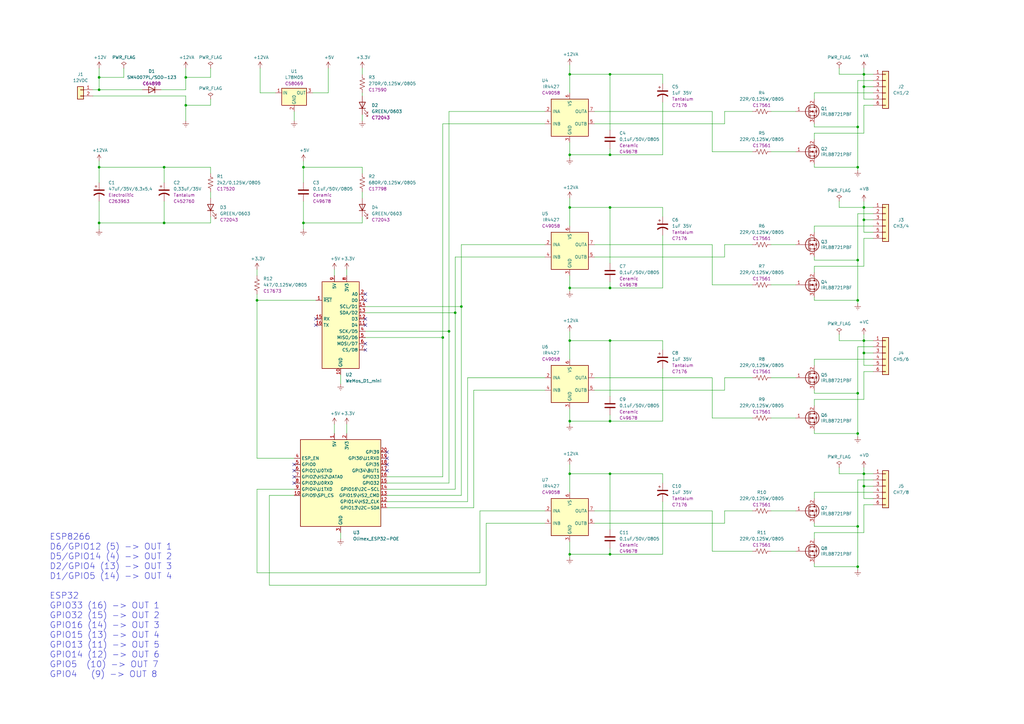
<source format=kicad_sch>
(kicad_sch (version 20230121) (generator eeschema)
  (paper "A3")
  (title_block (title "ESP 8x PWM Module") (date "2022-03-26") (rev "2"))
  (junction (at 354.33 35.56))
  (junction (at 184.15 135.89))
  (junction (at 40.64 31.75))
  (junction (at 233.68 172.72))
  (junction (at 181.61 138.43))
  (junction (at 233.68 63.5))
  (junction (at 40.64 68.58))
  (junction (at 351.79 68.58))
  (junction (at 186.69 128.27))
  (junction (at 67.31 68.58))
  (junction (at 354.33 30.48))
  (junction (at 233.68 30.48))
  (junction (at 233.68 194.31))
  (junction (at 105.41 123.19))
  (junction (at 354.33 139.7))
  (junction (at 40.64 91.44))
  (junction (at 351.79 123.19))
  (junction (at 354.33 90.17))
  (junction (at 250.19 194.31))
  (junction (at 250.19 118.11))
  (junction (at 124.46 68.58))
  (junction (at 233.68 118.11))
  (junction (at 67.31 91.44))
  (junction (at 76.2 31.75))
  (junction (at 250.19 139.7))
  (junction (at 351.79 161.29))
  (junction (at 250.19 227.33))
  (junction (at 233.68 85.09))
  (junction (at 351.79 177.8))
  (junction (at 76.2 43.18))
  (junction (at 250.19 30.48))
  (junction (at 354.33 199.39))
  (junction (at 354.33 194.31))
  (junction (at 354.33 144.78))
  (junction (at 354.33 85.09))
  (junction (at 40.64 36.83))
  (junction (at 124.46 91.44))
  (junction (at 233.68 227.33))
  (junction (at 351.79 232.41))
  (junction (at 351.79 106.68))
  (junction (at 233.68 139.7))
  (junction (at 250.19 85.09))
  (junction (at 351.79 52.07))
  (junction (at 189.23 125.73))
  (junction (at 250.19 63.5))
  (junction (at 250.19 172.72))
  (junction (at 351.79 215.9))
  (no_connect (at 120.65 198.12))
  (no_connect (at 129.54 133.35))
  (no_connect (at 149.86 130.81))
  (no_connect (at 158.75 185.42))
  (no_connect (at 120.65 190.5))
  (no_connect (at 129.54 130.81))
  (no_connect (at 158.75 190.5))
  (no_connect (at 149.86 140.97))
  (no_connect (at 149.86 133.35))
  (no_connect (at 158.75 193.04))
  (no_connect (at 149.86 120.65))
  (no_connect (at 158.75 187.96))
  (no_connect (at 120.65 195.58))
  (no_connect (at 149.86 123.19))
  (no_connect (at 120.65 193.04))
  (no_connect (at 149.86 143.51))
  (wire (pts (xy 351.79 68.58) (xy 351.79 52.07)))
  (wire (pts (xy 120.65 45.72) (xy 120.65 49.53)))
  (wire (pts (xy 316.23 100.33) (xy 326.39 100.33)))
  (wire (pts (xy 292.1 154.94) (xy 292.1 171.45)))
  (wire (pts (xy 297.18 214.63) (xy 297.18 209.55)))
  (wire (pts (xy 271.78 205.74) (xy 271.78 227.33)))
  (wire (pts (xy 354.33 204.47) (xy 354.33 199.39)))
  (wire (pts (xy 106.68 27.94) (xy 106.68 38.1)))
  (wire (pts (xy 194.31 160.02) (xy 223.52 160.02)))
  (wire (pts (xy 334.01 218.44) (xy 354.33 218.44)))
  (wire (pts (xy 354.33 109.22) (xy 354.33 97.79)))
  (wire (pts (xy 233.68 118.11) (xy 250.19 118.11)))
  (wire (pts (xy 40.64 68.58) (xy 40.64 74.93)))
  (wire (pts (xy 351.79 177.8) (xy 351.79 179.07)))
  (wire (pts (xy 40.64 66.04) (xy 40.64 68.58)))
  (wire (pts (xy 243.84 105.41) (xy 297.18 105.41)))
  (wire (pts (xy 233.68 173.99) (xy 233.68 172.72)))
  (wire (pts (xy 351.79 215.9) (xy 334.01 215.9)))
  (wire (pts (xy 76.2 39.37) (xy 76.2 43.18)))
  (wire (pts (xy 334.01 67.31) (xy 334.01 68.58)))
  (wire (pts (xy 148.59 46.99) (xy 148.59 49.53)))
  (wire (pts (xy 334.01 214.63) (xy 334.01 215.9)))
  (wire (pts (xy 250.19 107.95) (xy 250.19 85.09)))
  (wire (pts (xy 223.52 154.94) (xy 191.77 154.94)))
  (wire (pts (xy 243.84 154.94) (xy 292.1 154.94)))
  (wire (pts (xy 40.64 91.44) (xy 40.64 82.55)))
  (wire (pts (xy 233.68 135.89) (xy 233.68 139.7)))
  (wire (pts (xy 358.14 149.86) (xy 354.33 149.86)))
  (wire (pts (xy 105.41 123.19) (xy 105.41 187.96)))
  (wire (pts (xy 233.68 30.48) (xy 233.68 38.1)))
  (wire (pts (xy 233.68 118.11) (xy 233.68 113.03)))
  (wire (pts (xy 105.41 234.95) (xy 196.85 234.95)))
  (wire (pts (xy 67.31 91.44) (xy 40.64 91.44)))
  (wire (pts (xy 189.23 203.2) (xy 189.23 125.73)))
  (wire (pts (xy 243.84 160.02) (xy 297.18 160.02)))
  (wire (pts (xy 297.18 105.41) (xy 297.18 100.33)))
  (wire (pts (xy 358.14 85.09) (xy 354.33 85.09)))
  (wire (pts (xy 250.19 227.33) (xy 271.78 227.33)))
  (wire (pts (xy 189.23 100.33) (xy 223.52 100.33)))
  (wire (pts (xy 344.17 82.55) (xy 344.17 85.09)))
  (wire (pts (xy 354.33 163.83) (xy 354.33 152.4)))
  (wire (pts (xy 233.68 139.7) (xy 250.19 139.7)))
  (wire (pts (xy 233.68 85.09) (xy 250.19 85.09)))
  (wire (pts (xy 344.17 194.31) (xy 354.33 194.31)))
  (wire (pts (xy 271.78 194.31) (xy 250.19 194.31)))
  (wire (pts (xy 139.7 220.98) (xy 139.7 218.44)))
  (wire (pts (xy 271.78 41.91) (xy 271.78 63.5)))
  (wire (pts (xy 134.62 27.94) (xy 134.62 38.1)))
  (wire (pts (xy 271.78 151.13) (xy 271.78 172.72)))
  (wire (pts (xy 358.14 196.85) (xy 351.79 196.85)))
  (wire (pts (xy 358.14 92.71) (xy 334.01 92.71)))
  (wire (pts (xy 86.36 68.58) (xy 67.31 68.58)))
  (wire (pts (xy 128.27 38.1) (xy 134.62 38.1)))
  (wire (pts (xy 351.79 106.68) (xy 334.01 106.68)))
  (wire (pts (xy 271.78 96.52) (xy 271.78 118.11)))
  (wire (pts (xy 292.1 100.33) (xy 292.1 116.84)))
  (wire (pts (xy 86.36 91.44) (xy 67.31 91.44)))
  (wire (pts (xy 110.49 203.2) (xy 110.49 240.03)))
  (wire (pts (xy 50.8 31.75) (xy 50.8 27.94)))
  (wire (pts (xy 354.33 152.4) (xy 358.14 152.4)))
  (wire (pts (xy 271.78 30.48) (xy 250.19 30.48)))
  (wire (pts (xy 271.78 85.09) (xy 250.19 85.09)))
  (wire (pts (xy 354.33 137.16) (xy 354.33 139.7)))
  (wire (pts (xy 351.79 232.41) (xy 351.79 233.68)))
  (wire (pts (xy 142.24 173.99) (xy 142.24 177.8)))
  (wire (pts (xy 148.59 88.9) (xy 148.59 91.44)))
  (wire (pts (xy 354.33 149.86) (xy 354.33 144.78)))
  (wire (pts (xy 186.69 105.41) (xy 186.69 128.27)))
  (wire (pts (xy 297.18 160.02) (xy 297.18 154.94)))
  (wire (pts (xy 334.01 163.83) (xy 334.01 166.37)))
  (wire (pts (xy 233.68 119.38) (xy 233.68 118.11)))
  (wire (pts (xy 250.19 172.72) (xy 271.78 172.72)))
  (wire (pts (xy 86.36 27.94) (xy 86.36 31.75)))
  (wire (pts (xy 149.86 125.73) (xy 189.23 125.73)))
  (wire (pts (xy 124.46 66.04) (xy 124.46 68.58)))
  (wire (pts (xy 358.14 33.02) (xy 351.79 33.02)))
  (wire (pts (xy 292.1 45.72) (xy 292.1 62.23)))
  (wire (pts (xy 334.01 232.41) (xy 351.79 232.41)))
  (wire (pts (xy 186.69 105.41) (xy 223.52 105.41)))
  (wire (pts (xy 316.23 171.45) (xy 326.39 171.45)))
  (wire (pts (xy 148.59 27.94) (xy 148.59 30.48)))
  (wire (pts (xy 194.31 208.28) (xy 194.31 160.02)))
  (wire (pts (xy 149.86 128.27) (xy 186.69 128.27)))
  (wire (pts (xy 358.14 147.32) (xy 334.01 147.32)))
  (wire (pts (xy 344.17 30.48) (xy 354.33 30.48)))
  (wire (pts (xy 148.59 71.12) (xy 148.59 68.58)))
  (wire (pts (xy 110.49 240.03) (xy 199.39 240.03)))
  (wire (pts (xy 271.78 139.7) (xy 250.19 139.7)))
  (wire (pts (xy 40.64 36.83) (xy 58.42 36.83)))
  (wire (pts (xy 344.17 85.09) (xy 354.33 85.09)))
  (wire (pts (xy 344.17 139.7) (xy 354.33 139.7)))
  (wire (pts (xy 292.1 171.45) (xy 308.61 171.45)))
  (wire (pts (xy 351.79 142.24) (xy 351.79 161.29)))
  (wire (pts (xy 354.33 139.7) (xy 354.33 144.78)))
  (wire (pts (xy 196.85 209.55) (xy 223.52 209.55)))
  (wire (pts (xy 86.36 88.9) (xy 86.36 91.44)))
  (wire (pts (xy 334.01 218.44) (xy 334.01 220.98)))
  (wire (pts (xy 334.01 147.32) (xy 334.01 149.86)))
  (wire (pts (xy 233.68 85.09) (xy 233.68 92.71)))
  (wire (pts (xy 316.23 154.94) (xy 326.39 154.94)))
  (wire (pts (xy 181.61 50.8) (xy 223.52 50.8)))
  (wire (pts (xy 354.33 97.79) (xy 358.14 97.79)))
  (wire (pts (xy 233.68 139.7) (xy 233.68 147.32)))
  (wire (pts (xy 358.14 30.48) (xy 354.33 30.48)))
  (wire (pts (xy 351.79 196.85) (xy 351.79 215.9)))
  (wire (pts (xy 243.84 214.63) (xy 297.18 214.63)))
  (wire (pts (xy 40.64 31.75) (xy 40.64 36.83)))
  (wire (pts (xy 105.41 120.65) (xy 105.41 123.19)))
  (wire (pts (xy 184.15 45.72) (xy 184.15 135.89)))
  (wire (pts (xy 334.01 231.14) (xy 334.01 232.41)))
  (wire (pts (xy 358.14 139.7) (xy 354.33 139.7)))
  (wire (pts (xy 158.75 200.66) (xy 186.69 200.66)))
  (wire (pts (xy 158.75 195.58) (xy 181.61 195.58)))
  (wire (pts (xy 351.79 232.41) (xy 351.79 215.9)))
  (wire (pts (xy 358.14 40.64) (xy 354.33 40.64)))
  (wire (pts (xy 358.14 201.93) (xy 334.01 201.93)))
  (wire (pts (xy 334.01 105.41) (xy 334.01 106.68)))
  (wire (pts (xy 351.79 123.19) (xy 351.79 106.68)))
  (wire (pts (xy 86.36 71.12) (xy 86.36 68.58)))
  (wire (pts (xy 189.23 125.73) (xy 189.23 100.33)))
  (wire (pts (xy 233.68 227.33) (xy 250.19 227.33)))
  (wire (pts (xy 250.19 224.79) (xy 250.19 227.33)))
  (wire (pts (xy 358.14 194.31) (xy 354.33 194.31)))
  (wire (pts (xy 344.17 137.16) (xy 344.17 139.7)))
  (wire (pts (xy 120.65 200.66) (xy 105.41 200.66)))
  (wire (pts (xy 137.16 173.99) (xy 137.16 177.8)))
  (wire (pts (xy 334.01 38.1) (xy 334.01 40.64)))
  (wire (pts (xy 334.01 54.61) (xy 334.01 57.15)))
  (wire (pts (xy 233.68 30.48) (xy 250.19 30.48)))
  (wire (pts (xy 233.68 63.5) (xy 233.68 58.42)))
  (wire (pts (xy 250.19 60.96) (xy 250.19 63.5)))
  (wire (pts (xy 148.59 91.44) (xy 124.46 91.44)))
  (wire (pts (xy 358.14 199.39) (xy 354.33 199.39)))
  (wire (pts (xy 233.68 228.6) (xy 233.68 227.33)))
  (wire (pts (xy 233.68 194.31) (xy 250.19 194.31)))
  (wire (pts (xy 243.84 45.72) (xy 292.1 45.72)))
  (wire (pts (xy 199.39 214.63) (xy 223.52 214.63)))
  (wire (pts (xy 297.18 154.94) (xy 308.61 154.94)))
  (wire (pts (xy 181.61 50.8) (xy 181.61 138.43)))
  (wire (pts (xy 76.2 36.83) (xy 76.2 31.75)))
  (wire (pts (xy 334.01 54.61) (xy 354.33 54.61)))
  (wire (pts (xy 334.01 177.8) (xy 351.79 177.8)))
  (wire (pts (xy 292.1 226.06) (xy 308.61 226.06)))
  (wire (pts (xy 120.65 187.96) (xy 105.41 187.96)))
  (wire (pts (xy 158.75 198.12) (xy 184.15 198.12)))
  (wire (pts (xy 358.14 90.17) (xy 354.33 90.17)))
  (wire (pts (xy 354.33 191.77) (xy 354.33 194.31)))
  (wire (pts (xy 354.33 43.18) (xy 358.14 43.18)))
  (wire (pts (xy 38.1 36.83) (xy 40.64 36.83)))
  (wire (pts (xy 124.46 82.55) (xy 124.46 91.44)))
  (wire (pts (xy 186.69 128.27) (xy 186.69 200.66)))
  (wire (pts (xy 233.68 194.31) (xy 233.68 201.93)))
  (wire (pts (xy 354.33 30.48) (xy 354.33 35.56)))
  (wire (pts (xy 358.14 204.47) (xy 354.33 204.47)))
  (wire (pts (xy 271.78 88.9) (xy 271.78 85.09)))
  (wire (pts (xy 344.17 27.94) (xy 344.17 30.48)))
  (wire (pts (xy 124.46 93.98) (xy 124.46 91.44)))
  (wire (pts (xy 292.1 116.84) (xy 308.61 116.84)))
  (wire (pts (xy 38.1 39.37) (xy 76.2 39.37)))
  (wire (pts (xy 297.18 100.33) (xy 308.61 100.33)))
  (wire (pts (xy 40.64 31.75) (xy 50.8 31.75)))
  (wire (pts (xy 297.18 209.55) (xy 308.61 209.55)))
  (wire (pts (xy 271.78 34.29) (xy 271.78 30.48)))
  (wire (pts (xy 354.33 218.44) (xy 354.33 207.01)))
  (wire (pts (xy 334.01 121.92) (xy 334.01 123.19)))
  (wire (pts (xy 120.65 203.2) (xy 110.49 203.2)))
  (wire (pts (xy 297.18 50.8) (xy 297.18 45.72)))
  (wire (pts (xy 124.46 74.93) (xy 124.46 68.58)))
  (wire (pts (xy 67.31 74.93) (xy 67.31 68.58)))
  (wire (pts (xy 351.79 52.07) (xy 334.01 52.07)))
  (wire (pts (xy 354.33 85.09) (xy 354.33 90.17)))
  (wire (pts (xy 250.19 115.57) (xy 250.19 118.11)))
  (wire (pts (xy 334.01 123.19) (xy 351.79 123.19)))
  (wire (pts (xy 149.86 138.43) (xy 181.61 138.43)))
  (wire (pts (xy 139.7 153.67) (xy 139.7 157.48)))
  (wire (pts (xy 243.84 100.33) (xy 292.1 100.33)))
  (wire (pts (xy 354.33 54.61) (xy 354.33 43.18)))
  (wire (pts (xy 358.14 38.1) (xy 334.01 38.1)))
  (wire (pts (xy 354.33 40.64) (xy 354.33 35.56)))
  (wire (pts (xy 351.79 123.19) (xy 351.79 124.46)))
  (wire (pts (xy 344.17 191.77) (xy 344.17 194.31)))
  (wire (pts (xy 196.85 234.95) (xy 196.85 209.55)))
  (wire (pts (xy 271.78 143.51) (xy 271.78 139.7)))
  (wire (pts (xy 86.36 40.64) (xy 86.36 43.18)))
  (wire (pts (xy 40.64 27.94) (xy 40.64 31.75)))
  (wire (pts (xy 105.41 123.19) (xy 129.54 123.19)))
  (wire (pts (xy 358.14 142.24) (xy 351.79 142.24)))
  (wire (pts (xy 233.68 81.28) (xy 233.68 85.09)))
  (wire (pts (xy 148.59 39.37) (xy 148.59 38.1)))
  (wire (pts (xy 292.1 209.55) (xy 292.1 226.06)))
  (wire (pts (xy 334.01 160.02) (xy 334.01 161.29)))
  (wire (pts (xy 316.23 45.72) (xy 326.39 45.72)))
  (wire (pts (xy 158.75 208.28) (xy 194.31 208.28)))
  (wire (pts (xy 106.68 38.1) (xy 113.03 38.1)))
  (wire (pts (xy 181.61 138.43) (xy 181.61 195.58)))
  (wire (pts (xy 316.23 62.23) (xy 326.39 62.23)))
  (wire (pts (xy 184.15 135.89) (xy 184.15 198.12)))
  (wire (pts (xy 86.36 31.75) (xy 76.2 31.75)))
  (wire (pts (xy 354.33 194.31) (xy 354.33 199.39)))
  (wire (pts (xy 358.14 87.63) (xy 351.79 87.63)))
  (wire (pts (xy 354.33 82.55) (xy 354.33 85.09)))
  (wire (pts (xy 250.19 53.34) (xy 250.19 30.48)))
  (wire (pts (xy 233.68 227.33) (xy 233.68 222.25)))
  (wire (pts (xy 86.36 81.28) (xy 86.36 78.74)))
  (wire (pts (xy 67.31 68.58) (xy 40.64 68.58)))
  (wire (pts (xy 250.19 63.5) (xy 271.78 63.5)))
  (wire (pts (xy 105.41 110.49) (xy 105.41 113.03)))
  (wire (pts (xy 351.79 177.8) (xy 351.79 161.29)))
  (wire (pts (xy 76.2 31.75) (xy 76.2 27.94)))
  (wire (pts (xy 250.19 162.56) (xy 250.19 139.7)))
  (wire (pts (xy 316.23 209.55) (xy 326.39 209.55)))
  (wire (pts (xy 354.33 207.01) (xy 358.14 207.01)))
  (wire (pts (xy 250.19 217.17) (xy 250.19 194.31)))
  (wire (pts (xy 66.04 36.83) (xy 76.2 36.83)))
  (wire (pts (xy 105.41 200.66) (xy 105.41 234.95)))
  (wire (pts (xy 334.01 163.83) (xy 354.33 163.83)))
  (wire (pts (xy 334.01 50.8) (xy 334.01 52.07)))
  (wire (pts (xy 158.75 205.74) (xy 191.77 205.74)))
  (wire (pts (xy 137.16 110.49) (xy 137.16 113.03)))
  (wire (pts (xy 354.33 27.94) (xy 354.33 30.48)))
  (wire (pts (xy 292.1 62.23) (xy 308.61 62.23)))
  (wire (pts (xy 334.01 109.22) (xy 334.01 111.76)))
  (wire (pts (xy 158.75 203.2) (xy 189.23 203.2)))
  (wire (pts (xy 334.01 92.71) (xy 334.01 95.25)))
  (wire (pts (xy 76.2 43.18) (xy 76.2 49.53)))
  (wire (pts (xy 316.23 226.06) (xy 326.39 226.06)))
  (wire (pts (xy 250.19 170.18) (xy 250.19 172.72)))
  (wire (pts (xy 243.84 50.8) (xy 297.18 50.8)))
  (wire (pts (xy 233.68 190.5) (xy 233.68 194.31)))
  (wire (pts (xy 316.23 116.84) (xy 326.39 116.84)))
  (wire (pts (xy 334.01 109.22) (xy 354.33 109.22)))
  (wire (pts (xy 351.79 87.63) (xy 351.79 106.68)))
  (wire (pts (xy 354.33 95.25) (xy 354.33 90.17)))
  (wire (pts (xy 334.01 201.93) (xy 334.01 204.47)))
  (wire (pts (xy 351.79 68.58) (xy 351.79 69.85)))
  (wire (pts (xy 233.68 26.67) (xy 233.68 30.48)))
  (wire (pts (xy 250.19 118.11) (xy 271.78 118.11)))
  (wire (pts (xy 351.79 33.02) (xy 351.79 52.07)))
  (wire (pts (xy 271.78 198.12) (xy 271.78 194.31)))
  (wire (pts (xy 148.59 81.28) (xy 148.59 78.74)))
  (wire (pts (xy 191.77 154.94) (xy 191.77 205.74)))
  (wire (pts (xy 184.15 45.72) (xy 223.52 45.72)))
  (wire (pts (xy 67.31 82.55) (xy 67.31 91.44)))
  (wire (pts (xy 334.01 68.58) (xy 351.79 68.58)))
  (wire (pts (xy 233.68 172.72) (xy 250.19 172.72)))
  (wire (pts (xy 148.59 68.58) (xy 124.46 68.58)))
  (wire (pts (xy 149.86 135.89) (xy 184.15 135.89)))
  (wire (pts (xy 358.14 35.56) (xy 354.33 35.56)))
  (wire (pts (xy 233.68 63.5) (xy 250.19 63.5)))
  (wire (pts (xy 358.14 144.78) (xy 354.33 144.78)))
  (wire (pts (xy 40.64 93.98) (xy 40.64 91.44)))
  (wire (pts (xy 142.24 110.49) (xy 142.24 113.03)))
  (wire (pts (xy 297.18 45.72) (xy 308.61 45.72)))
  (wire (pts (xy 233.68 172.72) (xy 233.68 167.64)))
  (wire (pts (xy 233.68 64.77) (xy 233.68 63.5)))
  (wire (pts (xy 86.36 43.18) (xy 76.2 43.18)))
  (wire (pts (xy 351.79 161.29) (xy 334.01 161.29)))
  (wire (pts (xy 292.1 209.55) (xy 243.84 209.55)))
  (wire (pts (xy 334.01 176.53) (xy 334.01 177.8)))
  (wire (pts (xy 358.14 95.25) (xy 354.33 95.25)))
  (wire (pts (xy 199.39 240.03) (xy 199.39 214.63)))
  (text "ESP8266\nD6/GPIO12 (5) -> OUT 1\nD5/GPIO14 (4) -> OUT 2\nD2/GPIO4 (13) -> OUT 3\nD1/GPIO5 (14) -> OUT 4\n\nESP32\nGPIO33 (16) -> OUT 1\nGPIO32 (15) -> OUT 2\nGPIO16 (14) -> OUT 3\nGPIO15 (13) -> OUT 4\nGPIO13 (11) -> OUT 5\nGPIO14 (12) -> OUT 6\nGPIO5  (10) -> OUT 7\nGPIO4   (9) -> OUT 8" (at 20.32 278.13 0) (effects (font (size 2.5 2.5)) (justify left bottom)))
  (symbol (lib_id "Device:R_US") (at 86.36 74.93 0) (unit 1)
    (property "Reference" "R1" (at 88.9 72.39 0) (effects (justify left)))
    (property "Value" "2k2/0,125W/0805" (at 88.9 74.93 0) (effects (justify left)))
    (property "Footprint" "Tales:R_0805_2012Metric" (effects hide))
    (property "Case" "0805/2012" (effects hide))
    (property "Mfr" "Uniroyal" (effects hide))
    (property "Mfr PN" "0805W8F2201T5E" (effects hide))
    (property "Vendor" "JLCPCB" (effects hide))
    (property "Vendor PN" "C17520" (effects hide))
    (property "JLCPCB BOM" "1" (effects hide))
    (property "LCSC Part" "C17520" (at 88.9 77.47 0) (effects (justify left)))
  )
  (symbol (lib_id "Device:D") (at 62.23 36.83 180) (unit 1)
    (property "Reference" "D1" (at 62.23 29.21 0))
    (property "Value" "SM4007PL/SOD-123" (at 62.23 31.75 0))
    (property "Footprint" "Tales:D_SOD-123" (effects hide))
    (property "Case" "SOD-123FL" (effects hide))
    (property "Mfr" "MDD" (effects hide))
    (property "Mfr PN" "SM4007PL" (effects hide))
    (property "Vendor" "JLCPCB" (effects hide))
    (property "Vendor PN" "C64898" (effects hide))
    (property "JLCPCB BOM" "1" (effects hide))
    (property "LCSC Part" "C64898" (at 62.23 34.29 0))
    (property "Sim.Device" "D" (effects hide))
    (property "Sim.Pins" "1=K 2=A" (effects hide))
  )
  (symbol (lib_id "Regulator_Linear:L7805") (at 120.65 38.1 0) (unit 1)
    (property "Reference" "U1" (at 120.65 29.21 0))
    (property "Value" "L78M05" (at 120.65 31.75 0))
    (property "Footprint" "Tales:TO-252-2" (effects hide))
    (property "Datasheet" "http://www.st.com/content/ccc/resource/technical/document/datasheet/41/4f/b3/b0/12/d4/47/88/CD00000444.pdf/files/CD00000444.pdf/jcr:content/translations/en.CD00000444.pdf" (effects hide))
    (property "Case" "TO-252" (effects hide))
    (property "Mfr" "ST Microelectronics" (effects hide))
    (property "Mfr PN" "L78M05ABDT-TR" (effects hide))
    (property "Vendor" "JLCPCB" (effects hide))
    (property "Vendor PN" "C58069" (effects hide))
    (property "JLCPCB BOM" "1" (effects hide))
    (property "LCSC Part" "C58069" (at 120.65 34.29 0))
  )
  (symbol (lib_id "power:PWR_FLAG") (at 86.36 27.94 0) (unit 1)
    (property "Reference" "#FLG0101" (effects hide))
    (property "Value" "PWR_FLAG" (at 86.36 23.5458 0))
  )
  (symbol (lib_id "Device:LED") (at 86.36 85.09 90) (unit 1)
    (property "Reference" "D3" (at 90.17 85.09 90) (effects (justify right)))
    (property "Value" "GREEN/0603" (at 90.17 87.63 90) (effects (justify right)))
    (property "Footprint" "Tales:LED_0603_1608Metric" (effects hide))
    (property "Case" "0603" (effects hide))
    (property "Mfr" "Everlight" (effects hide))
    (property "Mfr PN" "19-217/GHC-YR1S2/3T" (effects hide))
    (property "Vendor" "JLCPCB" (effects hide))
    (property "Vendor PN" "C72043" (effects hide))
    (property "JLCPCB BOM" "1" (effects hide))
    (property "LCSC Part" "C72043" (at 90.17 90.17 90) (effects (justify right)))
  )
  (symbol (lib_id "Connector_Generic:Conn_01x06") (at 363.22 35.56 0) (unit 1)
    (property "Reference" "J2" (at 369.57 35.56 0))
    (property "Value" "CH1/2" (at 369.57 38.1 0))
    (property "Footprint" "Tales:TerminalBlock_Phoenix_MKDS-3-6-5.08_1x06_P5.08mm_Horizontal" (effects hide))
    (property "Mfr" "Metaltex" (effects hide))
    (property "Vendor" "Eletropecas" (effects hide))
    (property "Mfr PN" "BR902V" (effects hide))
    (property "Vendor PN" "29273" (effects hide))
    (property "JLCPCB BOM" "0" (effects hide))
  )
  (symbol (lib_id "Device:R_US") (at 148.59 74.93 0) (unit 1)
    (property "Reference" "R2" (at 151.13 72.39 0) (effects (justify left)))
    (property "Value" "680R/0,125W/0805" (at 151.13 74.93 0) (effects (justify left)))
    (property "Footprint" "Tales:R_0805_2012Metric" (effects hide))
    (property "Case" "0805/2012" (effects hide))
    (property "Mfr" "Uniroyal" (effects hide))
    (property "Mfr PN" "0805W8F6800T5E" (effects hide))
    (property "Vendor" "JLCPCB" (effects hide))
    (property "Vendor PN" "C17798" (effects hide))
    (property "JLCPCB BOM" "1" (effects hide))
    (property "LCSC Part" "C17798" (at 151.13 77.47 0) (effects (justify left)))
  )
  (symbol (lib_id "power:+5V") (at 124.46 66.04 0) (unit 1)
    (property "Reference" "#PWR0123" (effects hide))
    (property "Value" "+5V" (at 124.841 61.6458 0))
  )
  (symbol (lib_id "power:+3.3V") (at 148.59 27.94 0) (unit 1)
    (property "Reference" "#PWR0124" (effects hide))
    (property "Value" "+3.3V" (at 148.971 23.5458 0))
  )
  (symbol (lib_id "power:GNDREF") (at 124.46 93.98 0) (unit 1)
    (property "Reference" "#PWR0125" (effects hide))
    (property "Value" "GNDREF" (effects hide))
  )
  (symbol (lib_id "power:GNDREF") (at 148.59 49.53 0) (unit 1)
    (property "Reference" "#PWR0126" (effects hide))
    (property "Value" "GNDREF" (effects hide))
  )
  (symbol (lib_id "power:PWR_FLAG") (at 86.36 40.64 0) (unit 1)
    (property "Reference" "#FLG0102" (effects hide))
    (property "Value" "PWR_FLAG" (at 86.36 36.2458 0))
  )
  (symbol (lib_id "Tales:Olimex_ESP32-POE") (at 139.7 198.12 0) (unit 1)
    (property "Reference" "U3" (at 144.78 218.44 0) (effects (justify left)))
    (property "Value" "Olimex_ESP32-POE" (at 144.78 220.98 0) (effects (justify left)))
    (property "Footprint" "Tales:Olimex_ESP32-POE" (effects hide))
    (property "Mfr" "Olimex" (effects hide))
    (property "Mfr PN" "ESP32-POE" (effects hide))
    (property "Vendor" "Mouser" (effects hide))
    (property "Vendor PN" "909-ESP32-POE\r" (effects hide))
    (property "JLCPCB BOM" "0" (effects hide))
  )
  (symbol (lib_id "power:GNDREF") (at 139.7 220.98 0) (unit 1)
    (property "Reference" "#PWR0114" (effects hide))
    (property "Value" "GNDREF" (effects hide))
  )
  (symbol (lib_id "power:+3.3V") (at 142.24 173.99 0) (unit 1)
    (property "Reference" "#PWR0115" (effects hide))
    (property "Value" "+3.3V" (at 142.621 169.5958 0))
  )
  (symbol (lib_id "power:+5V") (at 137.16 173.99 0) (unit 1)
    (property "Reference" "#PWR0120" (effects hide))
    (property "Value" "+5V" (at 137.541 169.5958 0))
  )
  (symbol (lib_id "Device:R_US") (at 312.42 45.72 270) (unit 1)
    (property "Reference" "R4" (at 312.42 38.1 90))
    (property "Value" "22R/0,125W/0805" (at 312.42 40.64 90))
    (property "Footprint" "Tales:R_0805_2012Metric" (effects hide))
    (property "Case" "0805/2012" (effects hide))
    (property "Mfr" "Uniroyal" (effects hide))
    (property "Mfr PN" "0805W8F220JT5E" (effects hide))
    (property "Vendor" "JLCPCB" (effects hide))
    (property "Vendor PN" "C17561" (effects hide))
    (property "JLCPCB BOM" "1" (effects hide))
    (property "LCSC Part" "C17561" (at 312.42 43.18 90))
  )
  (symbol (lib_id "Device:R_US") (at 312.42 62.23 270) (unit 1)
    (property "Reference" "R5" (at 312.42 54.61 90))
    (property "Value" "22R/0,125W/0805" (at 312.42 57.15 90))
    (property "Footprint" "Tales:R_0805_2012Metric" (effects hide))
    (property "Case" "0805/2012" (effects hide))
    (property "Mfr" "Uniroyal" (effects hide))
    (property "Mfr PN" "0805W8F220JT5E" (effects hide))
    (property "Vendor" "JLCPCB" (effects hide))
    (property "Vendor PN" "C17561" (effects hide))
    (property "JLCPCB BOM" "1" (effects hide))
    (property "LCSC Part" "C17561" (at 312.42 59.69 90))
  )
  (symbol (lib_id "Device:C_Polarized_US") (at 271.78 38.1 0) (unit 1)
    (property "Reference" "C5" (at 275.59 35.56 0) (effects (justify left)))
    (property "Value" "1uF 35V" (at 275.59 38.1 0) (effects (justify left)))
    (property "Footprint" "Tales:CP_EIA-3216-18_Kemet-A_Pad1.58x1.35mm_HandSolder" (effects hide))
    (property "Case" "1206/3216" (effects hide))
    (property "Mfr" "AVX" (effects hide))
    (property "Vendor" "JLCPCB" (effects hide))
    (property "Mfr PN" "TAJA105K035RNJ" (effects hide))
    (property "Vendor PN" "C7176" (effects hide))
    (property "Technology" "Tantalum" (at 275.59 40.64 0) (effects (justify left)))
    (property "JLCPCB BOM" "1" (effects hide))
    (property "LCSC Part" "C7176" (at 275.59 43.18 0) (effects (justify left)))
  )
  (symbol (lib_id "Tales:IR4427") (at 233.68 48.26 0) (unit 1)
    (property "Reference" "U4" (at 223.52 33.02 0))
    (property "Value" "IR4427" (at 226.06 35.56 0))
    (property "Footprint" "Tales:SOIC-8_3.9x4.9mm_P1.27mm" (effects hide))
    (property "Case" "SOIC-8" (effects hide))
    (property "Mfr" "International Rectifier" (effects hide))
    (property "Mfr PN" "IR4427STRPBF\r" (effects hide))
    (property "Vendor" "JLCPCB" (effects hide))
    (property "Vendor PN" "C49058" (effects hide))
    (property "JLCPCB BOM" "1" (effects hide))
    (property "LCSC Part" "C49058" (at 222.25 38.1 0) (effects (justify left)))
  )
  (symbol (lib_id "power:+12V") (at 40.64 27.94 0) (unit 1)
    (property "Reference" "#PWR0107" (effects hide))
    (property "Value" "+12V" (at 41.021 23.5458 0))
  )
  (symbol (lib_id "Device:C_Polarized_US") (at 67.31 78.74 0) (unit 1)
    (property "Reference" "C2" (at 71.12 74.93 0) (effects (justify left)))
    (property "Value" "0,33uF/35V" (at 71.12 77.47 0) (effects (justify left)))
    (property "Footprint" "Tales:CP_EIA-3216-18_Kemet-A_Pad1.58x1.35mm_HandSolder" (effects hide))
    (property "Case" "1206/3216" (effects hide))
    (property "Mfr" "Kemet" (effects hide))
    (property "Mfr PN" "T491A334M035AT" (effects hide))
    (property "Technology" "Tantalum" (at 71.12 80.01 0) (effects (justify left)))
    (property "Vendor" "JLCPCB" (effects hide))
    (property "Vendor PN" "C452760" (effects hide))
    (property "JLCPCB BOM" "1" (effects hide))
    (property "LCSC Part" "C452760" (at 71.12 82.55 0) (effects (justify left)))
  )
  (symbol (lib_id "power:GNDREF") (at 233.68 64.77 0) (unit 1)
    (property "Reference" "#PWR0112" (effects hide))
    (property "Value" "GNDREF" (effects hide))
  )
  (symbol (lib_id "Transistor_FET:IRLB8721PBF") (at 331.47 62.23 0) (unit 1)
    (property "Reference" "Q2" (at 336.6516 61.0616 0) (effects (justify left)))
    (property "Value" "IRLB8721PBF" (at 336.6516 63.373 0) (effects (justify left)))
    (property "Footprint" "Tales:TO-220-3_Vertical" (effects hide))
    (property "Datasheet" "http://www.infineon.com/dgdl/irlb8721pbf.pdf?fileId=5546d462533600a40153566056732591" (effects hide))
    (property "Case" "TO-220-3" (effects hide))
    (property "Mfr" "Infineon" (effects hide))
    (property "Mfr PN" "IRLB8721PBF" (effects hide))
    (property "Vendor" "Mouser" (effects hide))
    (property "Vendor PN" "942-IRLB8721PBF" (effects hide))
    (property "JLCPCB BOM" "0" (effects hide))
  )
  (symbol (lib_id "power:+12VA") (at 76.2 27.94 0) (unit 1)
    (property "Reference" "#PWR0130" (effects hide))
    (property "Value" "+12VA" (at 76.581 23.5458 0))
  )
  (symbol (lib_id "power:+12VA") (at 106.68 27.94 0) (unit 1)
    (property "Reference" "#PWR0131" (effects hide))
    (property "Value" "+12VA" (at 107.061 23.5458 0))
  )
  (symbol (lib_id "power:+12VA") (at 40.64 66.04 0) (unit 1)
    (property "Reference" "#PWR0132" (effects hide))
    (property "Value" "+12VA" (at 41.021 61.6458 0))
  )
  (symbol (lib_id "power:PWR_FLAG") (at 50.8 27.94 0) (unit 1)
    (property "Reference" "#FLG0104" (effects hide))
    (property "Value" "PWR_FLAG" (at 50.8 23.5458 0))
  )
  (symbol (lib_id "Device:C") (at 250.19 57.15 0) (unit 1)
    (property "Reference" "C4" (at 254 54.61 0) (effects (justify left)))
    (property "Value" "0,1uF/50V/0805" (at 254 57.15 0) (effects (justify left)))
    (property "Footprint" "Tales:C_0805_2012Metric" (effects hide))
    (property "Case" "0805/2012" (effects hide))
    (property "Mfr" "Yageo" (effects hide))
    (property "Mfr PN" "CC0805KRX7R9BB104" (effects hide))
    (property "Vendor" "JLCPCB" (effects hide))
    (property "Vendor PN" "C49678" (effects hide))
    (property "Technology" "Ceramic" (at 254 59.69 0) (effects (justify left)))
    (property "JLCPCB BOM" "1" (effects hide))
    (property "LCSC Part" "C49678" (at 254 62.23 0) (effects (justify left)))
  )
  (symbol (lib_id "Transistor_FET:IRLB8721PBF") (at 331.47 45.72 0) (unit 1)
    (property "Reference" "Q1" (at 336.6516 44.5516 0) (effects (justify left)))
    (property "Value" "IRLB8721PBF" (at 336.6516 46.863 0) (effects (justify left)))
    (property "Footprint" "Tales:TO-220-3_Vertical" (effects hide))
    (property "Datasheet" "http://www.infineon.com/dgdl/irlb8721pbf.pdf?fileId=5546d462533600a40153566056732591" (effects hide))
    (property "Case" "TO-220-3" (effects hide))
    (property "Mfr" "Infineon" (effects hide))
    (property "Mfr PN" "IRLB8721PBF" (effects hide))
    (property "Vendor" "Mouser" (effects hide))
    (property "Vendor PN" "942-IRLB8721PBF" (effects hide))
    (property "JLCPCB BOM" "0" (effects hide))
  )
  (symbol (lib_id "power:GNDREF") (at 120.65 49.53 0) (unit 1)
    (property "Reference" "#PWR0102" (effects hide))
    (property "Value" "GNDREF" (effects hide))
  )
  (symbol (lib_id "power:+5V") (at 134.62 27.94 0) (unit 1)
    (property "Reference" "#PWR0104" (effects hide))
    (property "Value" "+5V" (at 135.001 23.5458 0))
  )
  (symbol (lib_id "Connector_Generic:Conn_01x02") (at 33.02 36.83 0) (mirror y) (unit 1)
    (property "Reference" "J1" (at 33.02 30.48 0))
    (property "Value" "12VDC" (at 33.02 33.02 0))
    (property "Footprint" "Tales:TerminalBlock_Phoenix_MKDS-3-2-5.08_1x02_P5.08mm_Horizontal" (effects hide))
    (property "Mfr" "Metaltex" (effects hide))
    (property "Vendor" "Eletropecas\r" (effects hide))
    (property "Mfr PN" "BR902V\r" (effects hide))
    (property "Vendor PN" "29273" (effects hide))
    (property "JLCPCB BOM" "0" (effects hide))
  )
  (symbol (lib_id "power:GNDREF") (at 76.2 49.53 0) (unit 1)
    (property "Reference" "#PWR0108" (effects hide))
    (property "Value" "GNDREF" (effects hide))
  )
  (symbol (lib_id "Device:C") (at 124.46 78.74 0) (unit 1)
    (property "Reference" "C3" (at 128.27 74.93 0) (effects (justify left)))
    (property "Value" "0,1uF/50V/0805" (at 128.27 77.47 0) (effects (justify left)))
    (property "Footprint" "Tales:C_0805_2012Metric" (effects hide))
    (property "Technology" "Ceramic" (at 128.27 80.01 0) (effects (justify left)))
    (property "Case" "0805/2012" (effects hide))
    (property "Mfr" "Yageo" (effects hide))
    (property "Mfr PN" "CC0805KRX7R9BB104" (effects hide))
    (property "Vendor" "JLCPCB" (effects hide))
    (property "Vendor PN" "C49678" (effects hide))
    (property "JLCPCB BOM" "1" (effects hide))
    (property "LCSC Part" "C49678" (at 128.27 82.55 0) (effects (justify left)))
  )
  (symbol (lib_id "Device:LED") (at 148.59 85.09 90) (unit 1)
    (property "Reference" "D4" (at 152.4 85.09 90) (effects (justify right)))
    (property "Value" "GREEN/0603" (at 152.4 87.63 90) (effects (justify right)))
    (property "Footprint" "Tales:LED_0603_1608Metric" (effects hide))
    (property "Case" "0603" (effects hide))
    (property "Mfr" "Everlight" (effects hide))
    (property "Mfr PN" "19-217/GHC-YR1S2/3T" (effects hide))
    (property "Vendor" "JLCPCB" (effects hide))
    (property "Vendor PN" "C72043" (effects hide))
    (property "JLCPCB BOM" "1" (effects hide))
    (property "LCSC Part" "C72043" (at 152.4 90.17 90) (effects (justify right)))
  )
  (symbol (lib_id "Device:LED") (at 148.59 43.18 90) (unit 1)
    (property "Reference" "D2" (at 152.4 43.18 90) (effects (justify right)))
    (property "Value" "GREEN/0603" (at 152.4 45.72 90) (effects (justify right)))
    (property "Footprint" "Tales:LED_0603_1608Metric" (effects hide))
    (property "Case" "0603" (effects hide))
    (property "Mfr" "Everlight" (effects hide))
    (property "Mfr PN" "19-217/GHC-YR1S2/3T" (effects hide))
    (property "Vendor" "JLCPCB" (effects hide))
    (property "Vendor PN" "C72043" (effects hide))
    (property "JLCPCB BOM" "1" (effects hide))
    (property "LCSC Part" "C72043" (at 152.4 48.26 90) (effects (justify right)))
  )
  (symbol (lib_id "Device:R_US") (at 148.59 34.29 0) (unit 1)
    (property "Reference" "R3" (at 151.13 31.75 0) (effects (justify left)))
    (property "Value" "270R/0,125W/0805" (at 151.13 34.29 0) (effects (justify left)))
    (property "Footprint" "Tales:R_0805_2012Metric" (effects hide))
    (property "Case" "0805/2012" (effects hide))
    (property "Mfr" "Uniroyal" (effects hide))
    (property "Mfr PN" "0805W8F2700T5E" (effects hide))
    (property "Vendor" "JLCPCB" (effects hide))
    (property "Vendor PN" "C17590" (effects hide))
    (property "JLCPCB BOM" "1" (effects hide))
    (property "LCSC Part" "C17590" (at 151.13 36.83 0) (effects (justify left)))
  )
  (symbol (lib_id "Device:C_Polarized_US") (at 40.64 78.74 0) (unit 1)
    (property "Reference" "C1" (at 44.45 74.93 0) (effects (justify left)))
    (property "Value" "47uF/35V/6,3x5,4" (at 44.45 77.47 0) (effects (justify left)))
    (property "Footprint" "Tales:CP_Elec_6.3x5.4" (effects hide))
    (property "Case" "6,3x5,4" (effects hide))
    (property "Mfr" "Semtech" (effects hide))
    (property "Mfr PN" "CK1V470MCRE54" (effects hide))
    (property "Vendor" "JLCPCB" (effects hide))
    (property "Vendor PN" "C263963" (effects hide))
    (property "Technology" "Electrolitic" (at 44.45 80.01 0) (effects (justify left)))
    (property "JLCPCB BOM" "1" (effects hide))
    (property "LCSC Part" "C263963" (at 44.45 82.55 0) (effects (justify left)))
  )
  (symbol (lib_id "power:GNDREF") (at 40.64 93.98 0) (unit 1)
    (property "Reference" "#PWR0127" (effects hide))
    (property "Value" "GNDREF" (effects hide))
  )
  (symbol (lib_id "Device:C") (at 250.19 220.98 0) (unit 1)
    (property "Reference" "C11" (at 254 218.44 0) (effects (justify left)))
    (property "Value" "0,1uF/50V/0805" (at 254 220.98 0) (effects (justify left)))
    (property "Footprint" "Tales:C_0805_2012Metric" (effects hide))
    (property "Case" "0805/2012" (effects hide))
    (property "Mfr" "Yageo" (effects hide))
    (property "Mfr PN" "CC0805KRX7R9BB104" (effects hide))
    (property "Vendor" "JLCPCB" (effects hide))
    (property "Vendor PN" "C49678" (effects hide))
    (property "Technology" "Ceramic" (at 254 223.52 0) (effects (justify left)))
    (property "JLCPCB BOM" "1" (effects hide))
    (property "LCSC Part" "C49678" (at 254 226.06 0) (effects (justify left)))
  )
  (symbol (lib_id "Tales:+VD") (at 354.33 191.77 0) (unit 1)
    (property "Reference" "#PWR07" (effects hide))
    (property "Value" "+VD" (at 354.33 186.69 0))
  )
  (symbol (lib_id "Device:C_Polarized_US") (at 271.78 201.93 0) (unit 1)
    (property "Reference" "C10" (at 275.59 199.39 0) (effects (justify left)))
    (property "Value" "1uF 35V" (at 275.59 201.93 0) (effects (justify left)))
    (property "Footprint" "Tales:CP_EIA-3216-18_Kemet-A_Pad1.58x1.35mm_HandSolder" (effects hide))
    (property "Case" "1206/3216" (effects hide))
    (property "Mfr" "AVX" (effects hide))
    (property "Vendor" "JLCPCB" (effects hide))
    (property "Mfr PN" "TAJA105K035RNJ" (effects hide))
    (property "Vendor PN" "C7176" (effects hide))
    (property "Technology" "Tantalum" (at 275.59 204.47 0) (effects (justify left)))
    (property "JLCPCB BOM" "1" (effects hide))
    (property "LCSC Part" "C7176" (at 275.59 207.01 0) (effects (justify left)))
  )
  (symbol (lib_id "Transistor_FET:IRLB8721PBF") (at 331.47 154.94 0) (unit 1)
    (property "Reference" "Q5" (at 336.6516 153.7716 0) (effects (justify left)))
    (property "Value" "IRLB8721PBF" (at 336.6516 156.083 0) (effects (justify left)))
    (property "Footprint" "Tales:TO-220-3_Vertical" (effects hide))
    (property "Datasheet" "http://www.infineon.com/dgdl/irlb8721pbf.pdf?fileId=5546d462533600a40153566056732591" (effects hide))
    (property "Case" "TO-220-3" (effects hide))
    (property "Mfr" "Infineon" (effects hide))
    (property "Mfr PN" "IRLB8721PBF" (effects hide))
    (property "Vendor" "Mouser" (effects hide))
    (property "Vendor PN" "942-IRLB8721PBF" (effects hide))
    (property "JLCPCB BOM" "0" (effects hide))
  )
  (symbol (lib_id "Tales:IR4427") (at 233.68 102.87 0) (unit 1)
    (property "Reference" "U5" (at 223.52 87.63 0))
    (property "Value" "IR4427" (at 226.06 90.17 0))
    (property "Footprint" "Tales:SOIC-8_3.9x4.9mm_P1.27mm" (effects hide))
    (property "Case" "SOIC-8" (effects hide))
    (property "Mfr" "International Rectifier" (effects hide))
    (property "Mfr PN" "IR4427STRPBF\r" (effects hide))
    (property "Vendor" "JLCPCB" (effects hide))
    (property "Vendor PN" "C49058" (effects hide))
    (property "JLCPCB BOM" "1" (effects hide))
    (property "LCSC Part" "C49058" (at 222.25 92.71 0) (effects (justify left)))
  )
  (symbol (lib_id "Tales:+VC") (at 354.33 137.16 0) (unit 1)
    (property "Reference" "#PWR04" (effects hide))
    (property "Value" "+VC" (at 354.33 132.08 0))
  )
  (symbol (lib_id "Device:C") (at 250.19 111.76 0) (unit 1)
    (property "Reference" "C7" (at 254 109.22 0) (effects (justify left)))
    (property "Value" "0,1uF/50V/0805" (at 254 111.76 0) (effects (justify left)))
    (property "Footprint" "Tales:C_0805_2012Metric" (effects hide))
    (property "Case" "0805/2012" (effects hide))
    (property "Mfr" "Yageo" (effects hide))
    (property "Mfr PN" "CC0805KRX7R9BB104" (effects hide))
    (property "Vendor" "JLCPCB" (effects hide))
    (property "Vendor PN" "C49678" (effects hide))
    (property "Technology" "Ceramic" (at 254 114.3 0) (effects (justify left)))
    (property "JLCPCB BOM" "1" (effects hide))
    (property "LCSC Part" "C49678" (at 254 116.84 0) (effects (justify left)))
  )
  (symbol (lib_id "power:GNDREF") (at 233.68 173.99 0) (unit 1)
    (property "Reference" "#PWR05" (effects hide))
    (property "Value" "GNDREF" (effects hide))
  )
  (symbol (lib_id "power:+3.3V") (at 105.41 110.49 0) (unit 1)
    (property "Reference" "#PWR010" (effects hide))
    (property "Value" "+3.3V" (at 105.791 106.0958 0))
  )
  (symbol (lib_id "Device:C_Polarized_US") (at 271.78 92.71 0) (unit 1)
    (property "Reference" "C6" (at 275.59 90.17 0) (effects (justify left)))
    (property "Value" "1uF 35V" (at 275.59 92.71 0) (effects (justify left)))
    (property "Footprint" "Tales:CP_EIA-3216-18_Kemet-A_Pad1.58x1.35mm_HandSolder" (effects hide))
    (property "Case" "1206/3216" (effects hide))
    (property "Mfr" "AVX" (effects hide))
    (property "Vendor" "JLCPCB" (effects hide))
    (property "Mfr PN" "TAJA105K035RNJ" (effects hide))
    (property "Vendor PN" "C7176" (effects hide))
    (property "Technology" "Tantalum" (at 275.59 95.25 0) (effects (justify left)))
    (property "JLCPCB BOM" "1" (effects hide))
    (property "LCSC Part" "C7176" (at 275.59 97.79 0) (effects (justify left)))
  )
  (symbol (lib_id "power:GNDREF") (at 233.68 228.6 0) (unit 1)
    (property "Reference" "#PWR08" (effects hide))
    (property "Value" "GNDREF" (effects hide))
  )
  (symbol (lib_id "power:PWR_FLAG") (at 344.17 27.94 0) (unit 1)
    (property "Reference" "#FLG01" (effects hide))
    (property "Value" "PWR_FLAG" (at 344.17 23.5458 0))
  )
  (symbol (lib_id "power:GNDREF") (at 351.79 233.68 0) (unit 1)
    (property "Reference" "#PWR09" (effects hide))
    (property "Value" "GNDREF" (effects hide))
  )
  (symbol (lib_id "power:GNDREF") (at 351.79 69.85 0) (unit 1)
    (property "Reference" "#PWR0103" (effects hide))
    (property "Value" "GNDREF" (effects hide))
  )
  (symbol (lib_id "Transistor_FET:IRLB8721PBF") (at 331.47 209.55 0) (unit 1)
    (property "Reference" "Q7" (at 336.6516 208.3816 0) (effects (justify left)))
    (property "Value" "IRLB8721PBF" (at 336.6516 210.693 0) (effects (justify left)))
    (property "Footprint" "Tales:TO-220-3_Vertical" (effects hide))
    (property "Datasheet" "http://www.infineon.com/dgdl/irlb8721pbf.pdf?fileId=5546d462533600a40153566056732591" (effects hide))
    (property "Case" "TO-220-3" (effects hide))
    (property "Mfr" "Infineon" (effects hide))
    (property "Mfr PN" "IRLB8721PBF" (effects hide))
    (property "Vendor" "Mouser" (effects hide))
    (property "Vendor PN" "942-IRLB8721PBF" (effects hide))
    (property "JLCPCB BOM" "0" (effects hide))
  )
  (symbol (lib_id "Connector_Generic:Conn_01x06") (at 363.22 90.17 0) (unit 1)
    (property "Reference" "J3" (at 369.57 90.17 0))
    (property "Value" "CH3/4" (at 369.57 92.71 0))
    (property "Footprint" "Tales:TerminalBlock_Phoenix_MKDS-3-6-5.08_1x06_P5.08mm_Horizontal" (effects hide))
    (property "Mfr" "Metaltex" (effects hide))
    (property "Vendor" "Eletropecas" (effects hide))
    (property "Mfr PN" "BR902V" (effects hide))
    (property "Vendor PN" "29273" (effects hide))
    (property "JLCPCB BOM" "0" (effects hide))
  )
  (symbol (lib_id "Transistor_FET:IRLB8721PBF") (at 331.47 100.33 0) (unit 1)
    (property "Reference" "Q3" (at 336.6516 99.1616 0) (effects (justify left)))
    (property "Value" "IRLB8721PBF" (at 336.6516 101.473 0) (effects (justify left)))
    (property "Footprint" "Tales:TO-220-3_Vertical" (effects hide))
    (property "Datasheet" "http://www.infineon.com/dgdl/irlb8721pbf.pdf?fileId=5546d462533600a40153566056732591" (effects hide))
    (property "Case" "TO-220-3" (effects hide))
    (property "Mfr" "Infineon" (effects hide))
    (property "Mfr PN" "IRLB8721PBF" (effects hide))
    (property "Vendor" "Mouser" (effects hide))
    (property "Vendor PN" "942-IRLB8721PBF" (effects hide))
    (property "JLCPCB BOM" "0" (effects hide))
  )
  (symbol (lib_id "Tales:+VB") (at 354.33 82.55 0) (unit 1)
    (property "Reference" "#PWR01" (effects hide))
    (property "Value" "+VB" (at 354.33 77.47 0))
  )
  (symbol (lib_id "Connector_Generic:Conn_01x06") (at 363.22 144.78 0) (unit 1)
    (property "Reference" "J4" (at 369.57 144.78 0))
    (property "Value" "CH5/6" (at 369.57 147.32 0))
    (property "Footprint" "Tales:TerminalBlock_Phoenix_MKDS-3-6-5.08_1x06_P5.08mm_Horizontal" (effects hide))
    (property "Mfr" "Metaltex" (effects hide))
    (property "Vendor" "Eletropecas" (effects hide))
    (property "Mfr PN" "BR902V" (effects hide))
    (property "Vendor PN" "29273" (effects hide))
    (property "JLCPCB BOM" "0" (effects hide))
  )
  (symbol (lib_id "power:PWR_FLAG") (at 344.17 137.16 0) (unit 1)
    (property "Reference" "#FLG03" (effects hide))
    (property "Value" "PWR_FLAG" (at 344.17 132.7658 0))
  )
  (symbol (lib_id "power:+5V") (at 137.16 110.49 0) (unit 1)
    (property "Reference" "#PWR0109" (effects hide))
    (property "Value" "+5V" (at 137.541 106.0958 0))
  )
  (symbol (lib_id "power:GNDREF") (at 351.79 124.46 0) (unit 1)
    (property "Reference" "#PWR03" (effects hide))
    (property "Value" "GNDREF" (effects hide))
  )
  (symbol (lib_id "power:+12VA") (at 233.68 81.28 0) (unit 1)
    (property "Reference" "#PWR0111" (effects hide))
    (property "Value" "+12VA" (at 234.061 76.8858 0))
  )
  (symbol (lib_id "power:PWR_FLAG") (at 344.17 82.55 0) (unit 1)
    (property "Reference" "#FLG02" (effects hide))
    (property "Value" "PWR_FLAG" (at 344.17 78.1558 0))
  )
  (symbol (lib_id "Device:C") (at 250.19 166.37 0) (unit 1)
    (property "Reference" "C9" (at 254 163.83 0) (effects (justify left)))
    (property "Value" "0,1uF/50V/0805" (at 254 166.37 0) (effects (justify left)))
    (property "Footprint" "Tales:C_0805_2012Metric" (effects hide))
    (property "Case" "0805/2012" (effects hide))
    (property "Mfr" "Yageo" (effects hide))
    (property "Mfr PN" "CC0805KRX7R9BB104" (effects hide))
    (property "Vendor" "JLCPCB" (effects hide))
    (property "Vendor PN" "C49678" (effects hide))
    (property "Technology" "Ceramic" (at 254 168.91 0) (effects (justify left)))
    (property "JLCPCB BOM" "1" (effects hide))
    (property "LCSC Part" "C49678" (at 254 171.45 0) (effects (justify left)))
  )
  (symbol (lib_id "power:+12VA") (at 233.68 190.5 0) (unit 1)
    (property "Reference" "#PWR0110" (effects hide))
    (property "Value" "+12VA" (at 234.061 186.1058 0))
  )
  (symbol (lib_id "Device:R_US") (at 312.42 226.06 270) (unit 1)
    (property "Reference" "R11" (at 312.42 218.44 90))
    (property "Value" "22R/0,125W/0805" (at 312.42 220.98 90))
    (property "Footprint" "Tales:R_0805_2012Metric" (effects hide))
    (property "Case" "0805/2012" (effects hide))
    (property "Mfr" "Uniroyal" (effects hide))
    (property "Mfr PN" "0805W8F220JT5E" (effects hide))
    (property "Vendor" "JLCPCB" (effects hide))
    (property "Vendor PN" "C17561" (effects hide))
    (property "JLCPCB BOM" "1" (effects hide))
    (property "LCSC Part" "C17561" (at 312.42 223.52 90))
  )
  (symbol (lib_id "Device:R_US") (at 312.42 209.55 270) (unit 1)
    (property "Reference" "R10" (at 312.42 201.93 90))
    (property "Value" "22R/0,125W/0805" (at 312.42 204.47 90))
    (property "Footprint" "Tales:R_0805_2012Metric" (effects hide))
    (property "Case" "0805/2012" (effects hide))
    (property "Mfr" "Uniroyal" (effects hide))
    (property "Mfr PN" "0805W8F220JT5E" (effects hide))
    (property "Vendor" "JLCPCB" (effects hide))
    (property "Vendor PN" "C17561" (effects hide))
    (property "JLCPCB BOM" "1" (effects hide))
    (property "LCSC Part" "C17561" (at 312.42 207.01 90))
  )
  (symbol (lib_id "Device:R_US") (at 312.42 154.94 270) (unit 1)
    (property "Reference" "R8" (at 312.42 147.32 90))
    (property "Value" "22R/0,125W/0805" (at 312.42 149.86 90))
    (property "Footprint" "Tales:R_0805_2012Metric" (effects hide))
    (property "Case" "0805/2012" (effects hide))
    (property "Mfr" "Uniroyal" (effects hide))
    (property "Mfr PN" "0805W8F220JT5E" (effects hide))
    (property "Vendor" "JLCPCB" (effects hide))
    (property "Vendor PN" "C17561" (effects hide))
    (property "JLCPCB BOM" "1" (effects hide))
    (property "LCSC Part" "C17561" (at 312.42 152.4 90))
  )
  (symbol (lib_id "Transistor_FET:IRLB8721PBF") (at 331.47 226.06 0) (unit 1)
    (property "Reference" "Q8" (at 336.6516 224.8916 0) (effects (justify left)))
    (property "Value" "IRLB8721PBF" (at 336.6516 227.203 0) (effects (justify left)))
    (property "Footprint" "Tales:TO-220-3_Vertical" (effects hide))
    (property "Datasheet" "http://www.infineon.com/dgdl/irlb8721pbf.pdf?fileId=5546d462533600a40153566056732591" (effects hide))
    (property "Case" "TO-220-3" (effects hide))
    (property "Mfr" "Infineon" (effects hide))
    (property "Mfr PN" "IRLB8721PBF" (effects hide))
    (property "Vendor" "Mouser" (effects hide))
    (property "Vendor PN" "942-IRLB8721PBF" (effects hide))
    (property "JLCPCB BOM" "0" (effects hide))
  )
  (symbol (lib_id "Transistor_FET:IRLB8721PBF") (at 331.47 171.45 0) (unit 1)
    (property "Reference" "Q6" (at 336.6516 170.2816 0) (effects (justify left)))
    (property "Value" "IRLB8721PBF" (at 336.6516 172.593 0) (effects (justify left)))
    (property "Footprint" "Tales:TO-220-3_Vertical" (effects hide))
    (property "Datasheet" "http://www.infineon.com/dgdl/irlb8721pbf.pdf?fileId=5546d462533600a40153566056732591" (effects hide))
    (property "Case" "TO-220-3" (effects hide))
    (property "Mfr" "Infineon" (effects hide))
    (property "Mfr PN" "IRLB8721PBF" (effects hide))
    (property "Vendor" "Mouser" (effects hide))
    (property "Vendor PN" "942-IRLB8721PBF" (effects hide))
    (property "JLCPCB BOM" "0" (effects hide))
  )
  (symbol (lib_id "Device:R_US") (at 312.42 116.84 270) (unit 1)
    (property "Reference" "R7" (at 312.42 109.22 90))
    (property "Value" "22R/0,125W/0805" (at 312.42 111.76 90))
    (property "Footprint" "Tales:R_0805_2012Metric" (effects hide))
    (property "Case" "0805/2012" (effects hide))
    (property "Mfr" "Uniroyal" (effects hide))
    (property "Mfr PN" "0805W8F220JT5E" (effects hide))
    (property "Vendor" "JLCPCB" (effects hide))
    (property "Vendor PN" "C17561" (effects hide))
    (property "JLCPCB BOM" "1" (effects hide))
    (property "LCSC Part" "C17561" (at 312.42 114.3 90))
  )
  (symbol (lib_id "Connector_Generic:Conn_01x06") (at 363.22 199.39 0) (unit 1)
    (property "Reference" "J5" (at 369.57 199.39 0))
    (property "Value" "CH7/8" (at 369.57 201.93 0))
    (property "Footprint" "Tales:TerminalBlock_Phoenix_MKDS-3-6-5.08_1x06_P5.08mm_Horizontal" (effects hide))
    (property "Mfr" "Metaltex" (effects hide))
    (property "Vendor" "Eletropecas" (effects hide))
    (property "Mfr PN" "BR902V" (effects hide))
    (property "Vendor PN" "29273" (effects hide))
    (property "JLCPCB BOM" "0" (effects hide))
  )
  (symbol (lib_id "power:GNDREF") (at 351.79 179.07 0) (unit 1)
    (property "Reference" "#PWR06" (effects hide))
    (property "Value" "GNDREF" (effects hide))
  )
  (symbol (lib_id "power:GNDREF") (at 139.7 157.48 0) (unit 1)
    (property "Reference" "#PWR0105" (effects hide))
    (property "Value" "GNDREF" (effects hide))
  )
  (symbol (lib_id "Device:R_US") (at 312.42 171.45 270) (unit 1)
    (property "Reference" "R9" (at 312.42 163.83 90))
    (property "Value" "22R/0,125W/0805" (at 312.42 166.37 90))
    (property "Footprint" "Tales:R_0805_2012Metric" (effects hide))
    (property "Case" "0805/2012" (effects hide))
    (property "Mfr" "Uniroyal" (effects hide))
    (property "Mfr PN" "0805W8F220JT5E" (effects hide))
    (property "Vendor" "JLCPCB" (effects hide))
    (property "Vendor PN" "C17561" (effects hide))
    (property "JLCPCB BOM" "1" (effects hide))
    (property "LCSC Part" "C17561" (at 312.42 168.91 90))
  )
  (symbol (lib_id "Device:R_US") (at 105.41 116.84 0) (unit 1)
    (property "Reference" "R12" (at 107.95 114.3 0) (effects (justify left)))
    (property "Value" "4k7/0,125W/0805" (at 107.95 116.84 0) (effects (justify left)))
    (property "Footprint" "Tales:R_0805_2012Metric" (effects hide))
    (property "Case" "0805/2012" (effects hide))
    (property "Mfr" "Uniroyal" (effects hide))
    (property "Mfr PN" "0805W8F2201T5E" (effects hide))
    (property "Vendor" "JLCPCB" (effects hide))
    (property "Vendor PN" "C17673" (effects hide))
    (property "JLCPCB BOM" "1" (effects hide))
    (property "LCSC Part" "C17673" (at 107.95 119.38 0) (effects (justify left)))
  )
  (symbol (lib_id "Tales:IR4427") (at 233.68 157.48 0) (unit 1)
    (property "Reference" "U6" (at 223.52 142.24 0))
    (property "Value" "IR4427" (at 226.06 144.78 0))
    (property "Footprint" "Tales:SOIC-8_3.9x4.9mm_P1.27mm" (effects hide))
    (property "Case" "SOIC-8" (effects hide))
    (property "Mfr" "International Rectifier" (effects hide))
    (property "Mfr PN" "IR4427STRPBF\r" (effects hide))
    (property "Vendor" "JLCPCB" (effects hide))
    (property "Vendor PN" "C49058" (effects hide))
    (property "JLCPCB BOM" "1" (effects hide))
    (property "LCSC Part" "C49058" (at 222.25 147.32 0) (effects (justify left)))
  )
  (symbol (lib_id "Device:R_US") (at 312.42 100.33 270) (unit 1)
    (property "Reference" "R6" (at 312.42 92.71 90))
    (property "Value" "22R/0,125W/0805" (at 312.42 95.25 90))
    (property "Footprint" "Tales:R_0805_2012Metric" (effects hide))
    (property "Case" "0805/2012" (effects hide))
    (property "Mfr" "Uniroyal" (effects hide))
    (property "Mfr PN" "0805W8F220JT5E" (effects hide))
    (property "Vendor" "JLCPCB" (effects hide))
    (property "Vendor PN" "C17561" (effects hide))
    (property "JLCPCB BOM" "1" (effects hide))
    (property "LCSC Part" "C17561" (at 312.42 97.79 90))
  )
  (symbol (lib_id "Tales:IR4427") (at 233.68 212.09 0) (unit 1)
    (property "Reference" "U7" (at 223.52 196.85 0))
    (property "Value" "IR4427" (at 226.06 199.39 0))
    (property "Footprint" "Tales:SOIC-8_3.9x4.9mm_P1.27mm" (effects hide))
    (property "Case" "SOIC-8" (effects hide))
    (property "Mfr" "International Rectifier" (effects hide))
    (property "Mfr PN" "IR4427STRPBF\r" (effects hide))
    (property "Vendor" "JLCPCB" (effects hide))
    (property "Vendor PN" "C49058" (effects hide))
    (property "JLCPCB BOM" "1" (effects hide))
    (property "LCSC Part" "C49058" (at 222.25 201.93 0) (effects (justify left)))
  )
  (symbol (lib_id "power:+12VA") (at 233.68 135.89 0) (unit 1)
    (property "Reference" "#PWR0113" (effects hide))
    (property "Value" "+12VA" (at 234.061 131.4958 0))
  )
  (symbol (lib_id "MCU_Module:WeMos_D1_mini") (at 139.7 133.35 0) (unit 1)
    (property "Reference" "U2" (at 141.7194 153.67 0) (effects (justify left)))
    (property "Value" "WeMos_D1_mini" (at 141.7194 156.21 0) (effects (justify left)))
    (property "Footprint" "Module:WEMOS_D1_mini_light" (effects hide))
    (property "Datasheet" "https://wiki.wemos.cc/products:d1:d1_mini#documentation" (effects hide))
  )
  (symbol (lib_id "power:+12VA") (at 233.68 26.67 0) (unit 1)
    (property "Reference" "#PWR0116" (effects hide))
    (property "Value" "+12VA" (at 234.061 22.2758 0))
  )
  (symbol (lib_id "power:+3.3V") (at 142.24 110.49 0) (unit 1)
    (property "Reference" "#PWR0106" (effects hide))
    (property "Value" "+3.3V" (at 142.621 106.0958 0))
  )
  (symbol (lib_id "power:PWR_FLAG") (at 344.17 191.77 0) (unit 1)
    (property "Reference" "#FLG04" (effects hide))
    (property "Value" "PWR_FLAG" (at 344.17 187.3758 0))
  )
  (symbol (lib_id "Device:C_Polarized_US") (at 271.78 147.32 0) (unit 1)
    (property "Reference" "C8" (at 275.59 144.78 0) (effects (justify left)))
    (property "Value" "1uF 35V" (at 275.59 147.32 0) (effects (justify left)))
    (property "Footprint" "Tales:CP_EIA-3216-18_Kemet-A_Pad1.58x1.35mm_HandSolder" (effects hide))
    (property "Case" "1206/3216" (effects hide))
    (property "Mfr" "AVX" (effects hide))
    (property "Vendor" "JLCPCB" (effects hide))
    (property "Mfr PN" "TAJA105K035RNJ" (effects hide))
    (property "Vendor PN" "C7176" (effects hide))
    (property "Technology" "Tantalum" (at 275.59 149.86 0) (effects (justify left)))
    (property "JLCPCB BOM" "1" (effects hide))
    (property "LCSC Part" "C7176" (at 275.59 152.4 0) (effects (justify left)))
  )
  (symbol (lib_id "Tales:+VA") (at 354.33 27.94 0) (unit 1)
    (property "Reference" "#PWR0101" (effects hide))
    (property "Value" "+VA" (at 354.33 22.86 0))
  )
  (symbol (lib_id "Transistor_FET:IRLB8721PBF") (at 331.47 116.84 0) (unit 1)
    (property "Reference" "Q4" (at 336.6516 115.6716 0) (effects (justify left)))
    (property "Value" "IRLB8721PBF" (at 336.6516 117.983 0) (effects (justify left)))
    (property "Footprint" "Tales:TO-220-3_Vertical" (effects hide))
    (property "Datasheet" "http://www.infineon.com/dgdl/irlb8721pbf.pdf?fileId=5546d462533600a40153566056732591" (effects hide))
    (property "Case" "TO-220-3" (effects hide))
    (property "Mfr" "Infineon" (effects hide))
    (property "Mfr PN" "IRLB8721PBF" (effects hide))
    (property "Vendor" "Mouser" (effects hide))
    (property "Vendor PN" "942-IRLB8721PBF" (effects hide))
    (property "JLCPCB BOM" "0" (effects hide))
  )
  (symbol (lib_id "power:GNDREF") (at 233.68 119.38 0) (unit 1)
    (property "Reference" "#PWR02" (effects hide))
    (property "Value" "GNDREF" (effects hide))
  )
)
</source>
